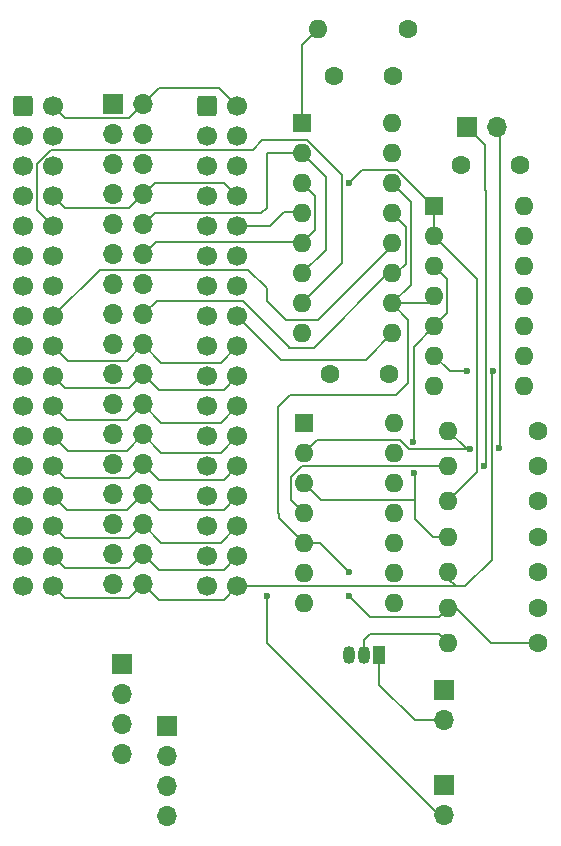
<source format=gtl>
G04 #@! TF.GenerationSoftware,KiCad,Pcbnew,8.0.4*
G04 #@! TF.CreationDate,2024-09-21T15:59:35+01:00*
G04 #@! TF.ProjectId,AmigaDualFloppyInterface,416d6967-6144-4756-916c-466c6f707079,1.0*
G04 #@! TF.SameCoordinates,Original*
G04 #@! TF.FileFunction,Copper,L1,Top*
G04 #@! TF.FilePolarity,Positive*
%FSLAX46Y46*%
G04 Gerber Fmt 4.6, Leading zero omitted, Abs format (unit mm)*
G04 Created by KiCad (PCBNEW 8.0.4) date 2024-09-21 15:59:35*
%MOMM*%
%LPD*%
G01*
G04 APERTURE LIST*
G04 Aperture macros list*
%AMRoundRect*
0 Rectangle with rounded corners*
0 $1 Rounding radius*
0 $2 $3 $4 $5 $6 $7 $8 $9 X,Y pos of 4 corners*
0 Add a 4 corners polygon primitive as box body*
4,1,4,$2,$3,$4,$5,$6,$7,$8,$9,$2,$3,0*
0 Add four circle primitives for the rounded corners*
1,1,$1+$1,$2,$3*
1,1,$1+$1,$4,$5*
1,1,$1+$1,$6,$7*
1,1,$1+$1,$8,$9*
0 Add four rect primitives between the rounded corners*
20,1,$1+$1,$2,$3,$4,$5,0*
20,1,$1+$1,$4,$5,$6,$7,0*
20,1,$1+$1,$6,$7,$8,$9,0*
20,1,$1+$1,$8,$9,$2,$3,0*%
G04 Aperture macros list end*
G04 #@! TA.AperFunction,ComponentPad*
%ADD10C,1.600000*%
G04 #@! TD*
G04 #@! TA.AperFunction,ComponentPad*
%ADD11O,1.600000X1.600000*%
G04 #@! TD*
G04 #@! TA.AperFunction,ComponentPad*
%ADD12R,1.050000X1.500000*%
G04 #@! TD*
G04 #@! TA.AperFunction,ComponentPad*
%ADD13O,1.050000X1.500000*%
G04 #@! TD*
G04 #@! TA.AperFunction,ComponentPad*
%ADD14R,1.700000X1.700000*%
G04 #@! TD*
G04 #@! TA.AperFunction,ComponentPad*
%ADD15O,1.700000X1.700000*%
G04 #@! TD*
G04 #@! TA.AperFunction,ComponentPad*
%ADD16R,1.600000X1.600000*%
G04 #@! TD*
G04 #@! TA.AperFunction,ComponentPad*
%ADD17RoundRect,0.250000X-0.600000X-0.600000X0.600000X-0.600000X0.600000X0.600000X-0.600000X0.600000X0*%
G04 #@! TD*
G04 #@! TA.AperFunction,ComponentPad*
%ADD18C,1.700000*%
G04 #@! TD*
G04 #@! TA.AperFunction,ViaPad*
%ADD19C,0.600000*%
G04 #@! TD*
G04 #@! TA.AperFunction,Conductor*
%ADD20C,0.200000*%
G04 #@! TD*
G04 APERTURE END LIST*
D10*
X111000000Y-121000000D03*
D11*
X103380000Y-121000000D03*
D10*
X100000000Y-69000000D03*
D11*
X92380000Y-69000000D03*
D10*
X111000000Y-118000000D03*
D11*
X103380000Y-118000000D03*
D10*
X111000000Y-115000000D03*
D11*
X103380000Y-115000000D03*
D10*
X111000000Y-109000000D03*
D11*
X103380000Y-109000000D03*
D10*
X111000000Y-106000000D03*
D11*
X103380000Y-106000000D03*
D10*
X111000000Y-103000000D03*
D11*
X103380000Y-103000000D03*
D10*
X93740341Y-72960682D03*
X98740341Y-72960682D03*
X109500000Y-80508286D03*
X104500000Y-80508286D03*
X98376184Y-98186049D03*
X93376184Y-98186049D03*
D12*
X97505233Y-122000000D03*
D13*
X96235233Y-122000000D03*
X94965233Y-122000000D03*
D14*
X103000000Y-125000000D03*
D15*
X103000000Y-127540000D03*
D16*
X91000000Y-77000000D03*
D11*
X91000000Y-79540000D03*
X91000000Y-82080000D03*
X91000000Y-84620000D03*
X91000000Y-87160000D03*
X91000000Y-89700000D03*
X91000000Y-92240000D03*
X91000000Y-94780000D03*
X98620000Y-94780000D03*
X98620000Y-92240000D03*
X98620000Y-89700000D03*
X98620000Y-87160000D03*
X98620000Y-84620000D03*
X98620000Y-82080000D03*
X98620000Y-79540000D03*
X98620000Y-77000000D03*
D17*
X83000000Y-75550000D03*
D18*
X85540000Y-75550000D03*
X83000000Y-78090000D03*
X85540000Y-78090000D03*
X83000000Y-80630000D03*
X85540000Y-80630000D03*
X83000000Y-83170000D03*
X85540000Y-83170000D03*
X83000000Y-85710000D03*
X85540000Y-85710000D03*
X83000000Y-88250000D03*
X85540000Y-88250000D03*
X83000000Y-90790000D03*
X85540000Y-90790000D03*
X83000000Y-93330000D03*
X85540000Y-93330000D03*
X83000000Y-95870000D03*
X85540000Y-95870000D03*
X83000000Y-98410000D03*
X85540000Y-98410000D03*
X83000000Y-100950000D03*
X85540000Y-100950000D03*
X83000000Y-103490000D03*
X85540000Y-103490000D03*
X83000000Y-106030000D03*
X85540000Y-106030000D03*
X83000000Y-108570000D03*
X85540000Y-108570000D03*
X83000000Y-111110000D03*
X85540000Y-111110000D03*
X83000000Y-113650000D03*
X85540000Y-113650000D03*
X83000000Y-116190000D03*
X85540000Y-116190000D03*
D16*
X102200000Y-84000000D03*
D11*
X102200000Y-86540000D03*
X102200000Y-89080000D03*
X102200000Y-91620000D03*
X102200000Y-94160000D03*
X102200000Y-96700000D03*
X102200000Y-99240000D03*
X109820000Y-99240000D03*
X109820000Y-96700000D03*
X109820000Y-94160000D03*
X109820000Y-91620000D03*
X109820000Y-89080000D03*
X109820000Y-86540000D03*
X109820000Y-84000000D03*
D14*
X104988683Y-77289682D03*
D15*
X107528683Y-77289682D03*
D16*
X91200000Y-102375000D03*
D11*
X91200000Y-104915000D03*
X91200000Y-107455000D03*
X91200000Y-109995000D03*
X91200000Y-112535000D03*
X91200000Y-115075000D03*
X91200000Y-117615000D03*
X98820000Y-117615000D03*
X98820000Y-115075000D03*
X98820000Y-112535000D03*
X98820000Y-109995000D03*
X98820000Y-107455000D03*
X98820000Y-104915000D03*
X98820000Y-102375000D03*
D14*
X103000000Y-133000000D03*
D15*
X103000000Y-135540000D03*
D17*
X67415000Y-75550000D03*
D18*
X69955000Y-75550000D03*
X67415000Y-78090000D03*
X69955000Y-78090000D03*
X67415000Y-80630000D03*
X69955000Y-80630000D03*
X67415000Y-83170000D03*
X69955000Y-83170000D03*
X67415000Y-85710000D03*
X69955000Y-85710000D03*
X67415000Y-88250000D03*
X69955000Y-88250000D03*
X67415000Y-90790000D03*
X69955000Y-90790000D03*
X67415000Y-93330000D03*
X69955000Y-93330000D03*
X67415000Y-95870000D03*
X69955000Y-95870000D03*
X67415000Y-98410000D03*
X69955000Y-98410000D03*
X67415000Y-100950000D03*
X69955000Y-100950000D03*
X67415000Y-103490000D03*
X69955000Y-103490000D03*
X67415000Y-106030000D03*
X69955000Y-106030000D03*
X67415000Y-108570000D03*
X69955000Y-108570000D03*
X67415000Y-111110000D03*
X69955000Y-111110000D03*
X67415000Y-113650000D03*
X69955000Y-113650000D03*
X67415000Y-116190000D03*
X69955000Y-116190000D03*
D14*
X79613106Y-127997615D03*
D15*
X79613106Y-130537615D03*
X79613106Y-133077615D03*
X79613106Y-135617615D03*
D14*
X75000000Y-75380000D03*
D15*
X77540000Y-75380000D03*
X75000000Y-77920000D03*
X77540000Y-77920000D03*
X75000000Y-80460000D03*
X77540000Y-80460000D03*
X75000000Y-83000000D03*
X77540000Y-83000000D03*
X75000000Y-85540000D03*
X77540000Y-85540000D03*
X75000000Y-88080000D03*
X77540000Y-88080000D03*
X75000000Y-90620000D03*
X77540000Y-90620000D03*
X75000000Y-93160000D03*
X77540000Y-93160000D03*
X75000000Y-95700000D03*
X77540000Y-95700000D03*
X75000000Y-98240000D03*
X77540000Y-98240000D03*
X75000000Y-100780000D03*
X77540000Y-100780000D03*
X75000000Y-103320000D03*
X77540000Y-103320000D03*
X75000000Y-105860000D03*
X77540000Y-105860000D03*
X75000000Y-108400000D03*
X77540000Y-108400000D03*
X75000000Y-110940000D03*
X77540000Y-110940000D03*
X75000000Y-113480000D03*
X77540000Y-113480000D03*
X75000000Y-116020000D03*
X77540000Y-116020000D03*
D14*
X75750000Y-122770000D03*
D15*
X75750000Y-125310000D03*
X75750000Y-127850000D03*
X75750000Y-130390000D03*
D10*
X111000000Y-112000000D03*
D11*
X103380000Y-112000000D03*
D19*
X95000000Y-117000000D03*
X95000000Y-115000000D03*
X107650667Y-104500000D03*
X105230000Y-104566131D03*
X107175735Y-98000000D03*
X105000000Y-98000000D03*
X100429100Y-104000000D03*
X100500000Y-106615000D03*
X95000000Y-82080000D03*
X88000000Y-117000000D03*
X106430000Y-106000000D03*
D20*
X102200000Y-86540000D02*
X105830000Y-90170000D01*
X105830000Y-90170000D02*
X105830000Y-106550000D01*
X105830000Y-106550000D02*
X103380000Y-109000000D01*
X97505233Y-122000000D02*
X97505233Y-124505233D01*
X102580001Y-120200001D02*
X103380000Y-121000000D01*
X100540000Y-127540000D02*
X103000000Y-127540000D01*
X97505233Y-124505233D02*
X100540000Y-127540000D01*
X96235233Y-122000000D02*
X96235233Y-120764767D01*
X96235233Y-120764767D02*
X96799999Y-120200001D01*
X96799999Y-120200001D02*
X102580001Y-120200001D01*
X88000000Y-117000000D02*
X88000000Y-121000000D01*
X88000000Y-121000000D02*
X102566552Y-135566552D01*
X102566552Y-135566552D02*
X102973448Y-135566552D01*
X102973448Y-135566552D02*
X103000000Y-135540000D01*
X104810000Y-116190000D02*
X104000000Y-116190000D01*
X104000000Y-116190000D02*
X85540000Y-116190000D01*
X103380000Y-115000000D02*
X103380000Y-115570000D01*
X103380000Y-115570000D02*
X104000000Y-116190000D01*
X103380000Y-103000000D02*
X104946131Y-104566131D01*
X104946131Y-104566131D02*
X105230000Y-104566131D01*
X107650667Y-104500000D02*
X107775735Y-104374932D01*
X107775735Y-104374932D02*
X107775735Y-77536734D01*
X107775735Y-77536734D02*
X107528683Y-77289682D01*
X100060635Y-104600000D02*
X99275635Y-103815000D01*
X105230000Y-104566131D02*
X103663869Y-104566131D01*
X103663869Y-104566131D02*
X103643526Y-104586474D01*
X103643526Y-104586474D02*
X100691155Y-104586474D01*
X99275635Y-103815000D02*
X92300000Y-103815000D01*
X92300000Y-103815000D02*
X91200000Y-104915000D01*
X100691155Y-104586474D02*
X100677629Y-104600000D01*
X100677629Y-104600000D02*
X100060635Y-104600000D01*
X106430000Y-106000000D02*
X106542105Y-105887895D01*
X106542105Y-105887895D02*
X106542105Y-82621799D01*
X106542105Y-82621799D02*
X106521762Y-82601456D01*
X106521762Y-78822761D02*
X104988683Y-77289682D01*
X106521762Y-82601456D02*
X106521762Y-78822761D01*
X107175735Y-98000000D02*
X107050667Y-98125068D01*
X107050667Y-98125068D02*
X107050667Y-113949333D01*
X107050667Y-113949333D02*
X104810000Y-116190000D01*
X85540000Y-85710000D02*
X88290000Y-85710000D01*
X88290000Y-85710000D02*
X89473641Y-84526359D01*
X89473641Y-84526359D02*
X90906359Y-84526359D01*
X90906359Y-84526359D02*
X91000000Y-84620000D01*
X99075635Y-80980000D02*
X102095635Y-84000000D01*
X102095635Y-84000000D02*
X102200000Y-84000000D01*
X96100000Y-80980000D02*
X99075635Y-80980000D01*
X95000000Y-82080000D02*
X96100000Y-80980000D01*
X98620000Y-87160000D02*
X98620000Y-87380000D01*
X98620000Y-87380000D02*
X92320000Y-93680000D01*
X92320000Y-93680000D02*
X89680000Y-93680000D01*
X89680000Y-93680000D02*
X88000000Y-92000000D01*
X88000000Y-92000000D02*
X88000000Y-90936827D01*
X88000000Y-90936827D02*
X86463173Y-89400000D01*
X86463173Y-89400000D02*
X73885000Y-89400000D01*
X73885000Y-89400000D02*
X69955000Y-93330000D01*
X69955000Y-85710000D02*
X68565000Y-84320000D01*
X68565000Y-84320000D02*
X68565000Y-80393654D01*
X87640000Y-78440000D02*
X91455635Y-78440000D01*
X93963452Y-80947817D02*
X94000000Y-80947817D01*
X68565000Y-80393654D02*
X69718654Y-79240000D01*
X94400000Y-88840000D02*
X91000000Y-92240000D01*
X69718654Y-79240000D02*
X86840000Y-79240000D01*
X86840000Y-79240000D02*
X87640000Y-78440000D01*
X91455635Y-78440000D02*
X93963452Y-80947817D01*
X94400000Y-81347817D02*
X94400000Y-88840000D01*
X94000000Y-80947817D02*
X94400000Y-81347817D01*
X98620000Y-92240000D02*
X100000000Y-93620000D01*
X100000000Y-93620000D02*
X100000000Y-99000000D01*
X100000000Y-99000000D02*
X99000000Y-100000000D01*
X89035000Y-110370000D02*
X91200000Y-112535000D01*
X99000000Y-100000000D02*
X90000000Y-100000000D01*
X89000000Y-109965000D02*
X89035000Y-110000000D01*
X90000000Y-100000000D02*
X89000000Y-101000000D01*
X89000000Y-101000000D02*
X89000000Y-109965000D01*
X89035000Y-110000000D02*
X89035000Y-110370000D01*
X91200000Y-109995000D02*
X90100000Y-108895000D01*
X90100000Y-108895000D02*
X90100000Y-106900000D01*
X90985000Y-106015000D02*
X103365000Y-106015000D01*
X90100000Y-106900000D02*
X90985000Y-106015000D01*
X103365000Y-106015000D02*
X103380000Y-106000000D01*
X100541137Y-110476133D02*
X102065004Y-112000000D01*
X102065004Y-112000000D02*
X103380000Y-112000000D01*
X103380000Y-118000000D02*
X104000000Y-118000000D01*
X104000000Y-118000000D02*
X107000000Y-121000000D01*
X107000000Y-121000000D02*
X111000000Y-121000000D01*
X95000000Y-117000000D02*
X96799999Y-118799999D01*
X96799999Y-118799999D02*
X102580001Y-118799999D01*
X102580001Y-118799999D02*
X103380000Y-118000000D01*
X92535000Y-112535000D02*
X95000000Y-115000000D01*
X91200000Y-112535000D02*
X92535000Y-112535000D01*
X100541137Y-108895000D02*
X100541137Y-110476133D01*
X92380000Y-69000000D02*
X91000000Y-70380000D01*
X91000000Y-70380000D02*
X91000000Y-77000000D01*
X70935000Y-114630000D02*
X76390000Y-114630000D01*
X76390000Y-114630000D02*
X77540000Y-113480000D01*
X78860000Y-114800000D02*
X84390000Y-114800000D01*
X77540000Y-113480000D02*
X78860000Y-114800000D01*
X69955000Y-113650000D02*
X70935000Y-114630000D01*
X84390000Y-114800000D02*
X85540000Y-113650000D01*
X69955000Y-116190000D02*
X70935000Y-117170000D01*
X84390000Y-117340000D02*
X85540000Y-116190000D01*
X76390000Y-117170000D02*
X77540000Y-116020000D01*
X77540000Y-116020000D02*
X78860000Y-117340000D01*
X70935000Y-117170000D02*
X76390000Y-117170000D01*
X105000000Y-98000000D02*
X103500000Y-98000000D01*
X103500000Y-98000000D02*
X102200000Y-96700000D01*
X78860000Y-117340000D02*
X84390000Y-117340000D01*
X102200000Y-89080000D02*
X103300000Y-90180000D01*
X100541137Y-106656137D02*
X100541137Y-108895000D01*
X103300000Y-93060000D02*
X102200000Y-94160000D01*
X91200000Y-107455000D02*
X92640000Y-108895000D01*
X103300000Y-90180000D02*
X103300000Y-93060000D01*
X100463086Y-103966014D02*
X100463086Y-95896914D01*
X100463086Y-95896914D02*
X102200000Y-94160000D01*
X100429100Y-104000000D02*
X100463086Y-103966014D01*
X100500000Y-106615000D02*
X100541137Y-106656137D01*
X92640000Y-108895000D02*
X100541137Y-108895000D01*
X79100000Y-102340000D02*
X84150000Y-102340000D01*
X84150000Y-102340000D02*
X85540000Y-100950000D01*
X71105000Y-102100000D02*
X76220000Y-102100000D01*
X69955000Y-100950000D02*
X71105000Y-102100000D01*
X77540000Y-100780000D02*
X79100000Y-102340000D01*
X76220000Y-102100000D02*
X77540000Y-100780000D01*
X78920000Y-74000000D02*
X83990000Y-74000000D01*
X83990000Y-74000000D02*
X85540000Y-75550000D01*
X70935000Y-76530000D02*
X76390000Y-76530000D01*
X76390000Y-76530000D02*
X77540000Y-75380000D01*
X77540000Y-75380000D02*
X78920000Y-74000000D01*
X69955000Y-75550000D02*
X70935000Y-76530000D01*
X79100000Y-97260000D02*
X84150000Y-97260000D01*
X76150000Y-97090000D02*
X77540000Y-95700000D01*
X69955000Y-95870000D02*
X71175000Y-97090000D01*
X77540000Y-95700000D02*
X79100000Y-97260000D01*
X84150000Y-97260000D02*
X85540000Y-95870000D01*
X71175000Y-97090000D02*
X76150000Y-97090000D01*
X84390000Y-109720000D02*
X85540000Y-108570000D01*
X71105000Y-109720000D02*
X76220000Y-109720000D01*
X77540000Y-108400000D02*
X78860000Y-109720000D01*
X69955000Y-108570000D02*
X71105000Y-109720000D01*
X76220000Y-109720000D02*
X77540000Y-108400000D01*
X78860000Y-109720000D02*
X84390000Y-109720000D01*
X71175000Y-104710000D02*
X76150000Y-104710000D01*
X69955000Y-103490000D02*
X71175000Y-104710000D01*
X79100000Y-104880000D02*
X84150000Y-104880000D01*
X84150000Y-104880000D02*
X85540000Y-103490000D01*
X76150000Y-104710000D02*
X77540000Y-103320000D01*
X77540000Y-103320000D02*
X79100000Y-104880000D01*
X78860000Y-99560000D02*
X84390000Y-99560000D01*
X84390000Y-99560000D02*
X85540000Y-98410000D01*
X70935000Y-99390000D02*
X76390000Y-99390000D01*
X69955000Y-98410000D02*
X70935000Y-99390000D01*
X76390000Y-99390000D02*
X77540000Y-98240000D01*
X77540000Y-98240000D02*
X78860000Y-99560000D01*
X69955000Y-106030000D02*
X70935000Y-107010000D01*
X78860000Y-107180000D02*
X84390000Y-107180000D01*
X77540000Y-105860000D02*
X78860000Y-107180000D01*
X84390000Y-107180000D02*
X85540000Y-106030000D01*
X76390000Y-107010000D02*
X77540000Y-105860000D01*
X70935000Y-107010000D02*
X76390000Y-107010000D01*
X78520000Y-82020000D02*
X84390000Y-82020000D01*
X69955000Y-83170000D02*
X70935000Y-84150000D01*
X70935000Y-84150000D02*
X76390000Y-84150000D01*
X76390000Y-84150000D02*
X77540000Y-83000000D01*
X84390000Y-82020000D02*
X85540000Y-83170000D01*
X77540000Y-83000000D02*
X78520000Y-82020000D01*
X70935000Y-112090000D02*
X76390000Y-112090000D01*
X79100000Y-112500000D02*
X84150000Y-112500000D01*
X84150000Y-112500000D02*
X85540000Y-111110000D01*
X77540000Y-110940000D02*
X79100000Y-112500000D01*
X69955000Y-111110000D02*
X70935000Y-112090000D01*
X76390000Y-112090000D02*
X77540000Y-110940000D01*
X77540000Y-88080000D02*
X78620000Y-87000000D01*
X91000000Y-82080000D02*
X92100000Y-83180000D01*
X92100000Y-83180000D02*
X92100000Y-86060000D01*
X78620000Y-87000000D02*
X90840000Y-87000000D01*
X90840000Y-87000000D02*
X91000000Y-87160000D01*
X102200000Y-84000000D02*
X102200000Y-86540000D01*
X92100000Y-86060000D02*
X91000000Y-87160000D01*
X77540000Y-85540000D02*
X78520000Y-84560000D01*
X91000000Y-79540000D02*
X93000000Y-81540000D01*
X88000000Y-79540000D02*
X91000000Y-79540000D01*
X87560000Y-84560000D02*
X88000000Y-84120000D01*
X78520000Y-84560000D02*
X87560000Y-84560000D01*
X88000000Y-84120000D02*
X88000000Y-79540000D01*
X93000000Y-81540000D02*
X93000000Y-87700000D01*
X93000000Y-87700000D02*
X91000000Y-89700000D01*
X89900000Y-95900000D02*
X89900000Y-96000000D01*
X78700000Y-92000000D02*
X86000000Y-92000000D01*
X77540000Y-93160000D02*
X78700000Y-92000000D01*
X86000000Y-92000000D02*
X89900000Y-95900000D01*
X89900000Y-96000000D02*
X92000000Y-96000000D01*
X99800000Y-88875000D02*
X98975000Y-89700000D01*
X92000000Y-96000000D02*
X98300000Y-89700000D01*
X98620000Y-84620000D02*
X99800000Y-85800000D01*
X98975000Y-89700000D02*
X98620000Y-89700000D01*
X99800000Y-85800000D02*
X99800000Y-88875000D01*
X98300000Y-89700000D02*
X98620000Y-89700000D01*
X85540000Y-93330000D02*
X89210000Y-97000000D01*
X96400000Y-97000000D02*
X98620000Y-94780000D01*
X89210000Y-97000000D02*
X96400000Y-97000000D01*
X100200000Y-83660000D02*
X100200000Y-90660000D01*
X98620000Y-92240000D02*
X101580000Y-92240000D01*
X98620000Y-82080000D02*
X100200000Y-83660000D01*
X101580000Y-92240000D02*
X102200000Y-91620000D01*
X100200000Y-90660000D02*
X98620000Y-92240000D01*
M02*

</source>
